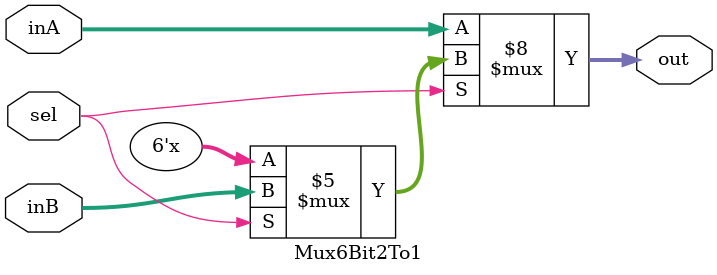
<source format=v>
`timescale 1ns / 1ps


module Mux6Bit2To1(out, inA, inB, sel);

    output reg [5:0] out;
    
    input [5:0] inA;
    input [5:0] inB;
    input sel;
    
    initial begin
        out = 0;
    end
    
    always @(inA, inB, sel, out) begin
        if(sel == 1'b0) begin
            out <= inA;
        end
        else if(sel == 1'b1) begin
            out <= inB;
        end
    end 

endmodule

</source>
